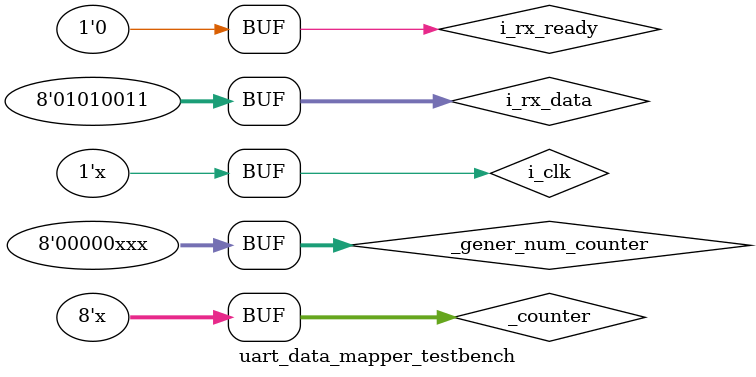
<source format=v>
module uart_data_mapper(
	input wire i_clk,
	input wire [7:0] i_rx_data,
	input wire i_rx_ready,
	output wire [2:0] o_current_byte_num,
	output reg [7:0] o_periods_to_process,
	output reg [2:0] o_phasecounterselect_1,
	output reg [2:0] o_phasecounterselect_2,
	output reg o_pll_to_update,
	output reg o_phaseupdown,
	output reg o_shift_ready
);

localparam [7:0] INIT = 8'b00000000;
localparam [7:0] BASE = 8'b00110000;
localparam [7:0] STOP_SIGNAL = 8'b01010011;

localparam [2:0] INIT_COUNTER = 3'b110;

wire [7:0] mapped_rx_data;
wire [2:0] reduced_rx_data;
reg [2:0] current_byte_num;
reg prev_i_rx_ready;
reg prev_o_shift_ready;

initial begin
	current_byte_num <= 3'b000;
	prev_i_rx_ready <= 1'b0;
	prev_o_shift_ready <= 1'b0;
	
	o_phasecounterselect_1 <= INIT_COUNTER;
	o_phasecounterselect_2 <= INIT_COUNTER;
	
	o_periods_to_process <= INIT;
	o_pll_to_update <= 1'b0;
	o_shift_ready <= 1'b0;
	o_phaseupdown <= 1'b0;
end

assign o_current_byte_num = current_byte_num;
assign mapped_rx_data = i_rx_data - BASE;
assign reduced_rx_data = mapped_rx_data[2:0];

always @(negedge i_clk) begin
	if (o_shift_ready == 1'b1 && prev_o_shift_ready == 1'b0) begin
		o_shift_ready <= 1'b0;
	end

	if (i_rx_ready == 1'b1 && prev_i_rx_ready == 1'b0) begin
		if (current_byte_num == 3'b000) begin
			o_periods_to_process <= INIT;
			
			if (reduced_rx_data < 3'b100) begin
				o_phasecounterselect_1 <= reduced_rx_data + 3'b010;
				o_pll_to_update <= 1'b0;
			end else begin
				o_phasecounterselect_2 <= reduced_rx_data - 3'b010;
				o_pll_to_update <= 1'b1;
			end
		end
		
		if (current_byte_num == 3'b001) begin
			o_phaseupdown <= reduced_rx_data[0];
		end
		
		if (current_byte_num > 3'b001) begin
			if (i_rx_data == STOP_SIGNAL && o_periods_to_process != INIT)
				o_shift_ready <= 1'b1;
			else
				o_periods_to_process <= 8'b00001010 * o_periods_to_process + mapped_rx_data;
		end
		
		if (i_rx_data == STOP_SIGNAL)
			current_byte_num <= 3'b000;
		else
			current_byte_num <= current_byte_num + 3'b001;
	end
	
	prev_i_rx_ready <= i_rx_ready;
	prev_o_shift_ready <= o_shift_ready;
end 

endmodule

//testbench 1ns/1ns
module uart_data_mapper_testbench();

	localparam [7:0] INITIAL_PERIODS_NUM = 8'b00110101;
	localparam [7:0] BASE = 8'b00110000;
	localparam [7:0] STOP_SIGNAL = 8'b01010011;
	localparam [2:0] INITIAL_COUNTER = 3'b110;

	reg i_clk;
	reg [7:0] i_rx_data;
	reg i_rx_ready;
	wire [2:0] o_current_byte_num;
	wire [7:0] o_periods_to_process;
	wire [2:0] o_phasecounterselect_1;
	wire [2:0] o_phasecounterselect_2;
	wire o_phaseupdown;
	wire o_pll_to_update;
	wire o_shift_ready;
	
	reg [7:0] _counter;
	reg [7:0] _gener_num_counter;

	uart_data_mapper uart_data_mapper(
       .i_clk(i_clk),
		 .i_rx_data(i_rx_data),
	    .i_rx_ready(i_rx_ready),
	    .o_current_byte_num(o_current_byte_num),
	    .o_periods_to_process(o_periods_to_process),
	    .o_phasecounterselect_1(o_phasecounterselect_1),
	    .o_phasecounterselect_2(o_phasecounterselect_2),
	    .o_pll_to_update(o_pll_to_update),
		 .o_phaseupdown(o_phaseupdown),
	    .o_shift_ready(o_shift_ready)
	);

	initial begin                                                  
		i_clk <= 1'b0;
		i_rx_data <= BASE;
		i_rx_ready <= 1'b0;
		//i <= 0;

		_counter <= BASE;
		_gener_num_counter <= BASE;
	end

	always
		#20  i_clk = !i_clk;  

	always begin
		//Sending generator's number
		#200;
		_gener_num_counter <= _counter & 7;
		i_rx_data <= BASE + _gener_num_counter;
		i_rx_ready <= 1'b1;
		#40;
		i_rx_ready <= 1'b0;
		
		//Sending flag for shift direction determining
		#200;
		i_rx_data <= BASE;
		i_rx_ready <= 1'b1;
		#40;
		i_rx_ready <= 1'b0;
		
		//Sending number of shifts to be performed
		#320;
		i_rx_data <= _counter;
		_counter <= _counter + 1'b1;
		i_rx_ready <= 1'b1;
		#40;
		i_rx_ready <= 1'b0;
		
		//Sending STOP_SIGNAL
		#320;
		i_rx_data <= STOP_SIGNAL;
		i_rx_ready <= 1'b1;
		#40;
		i_rx_ready <= 1'b0;
	end

endmodule
</source>
